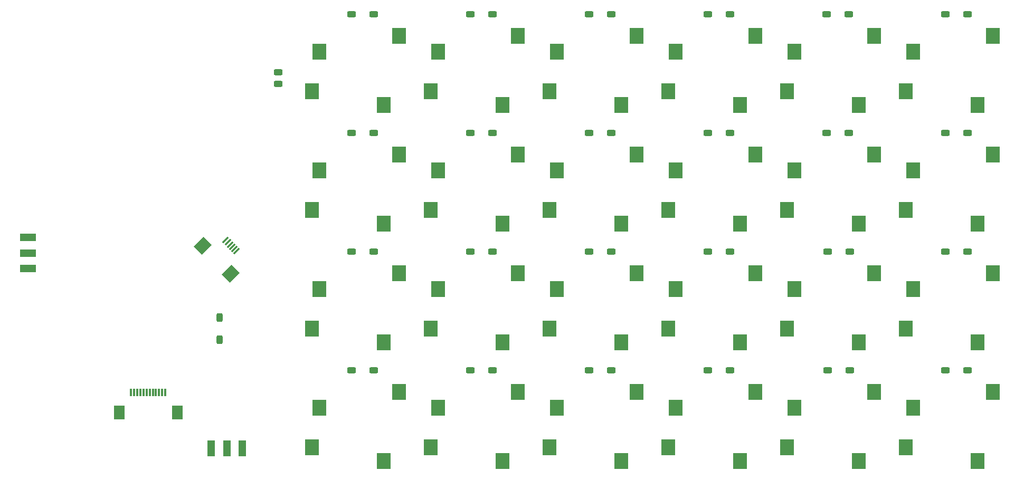
<source format=gbr>
%TF.GenerationSoftware,KiCad,Pcbnew,9.0.5-9.0.5~ubuntu24.04.1*%
%TF.CreationDate,2025-11-20T23:26:15+08:00*%
%TF.ProjectId,TPS,5450532e-6b69-4636-9164-5f7063625858,rev?*%
%TF.SameCoordinates,Original*%
%TF.FileFunction,Paste,Bot*%
%TF.FilePolarity,Positive*%
%FSLAX46Y46*%
G04 Gerber Fmt 4.6, Leading zero omitted, Abs format (unit mm)*
G04 Created by KiCad (PCBNEW 9.0.5-9.0.5~ubuntu24.04.1) date 2025-11-20 23:26:15*
%MOMM*%
%LPD*%
G01*
G04 APERTURE LIST*
G04 Aperture macros list*
%AMRoundRect*
0 Rectangle with rounded corners*
0 $1 Rounding radius*
0 $2 $3 $4 $5 $6 $7 $8 $9 X,Y pos of 4 corners*
0 Add a 4 corners polygon primitive as box body*
4,1,4,$2,$3,$4,$5,$6,$7,$8,$9,$2,$3,0*
0 Add four circle primitives for the rounded corners*
1,1,$1+$1,$2,$3*
1,1,$1+$1,$4,$5*
1,1,$1+$1,$6,$7*
1,1,$1+$1,$8,$9*
0 Add four rect primitives between the rounded corners*
20,1,$1+$1,$2,$3,$4,$5,0*
20,1,$1+$1,$4,$5,$6,$7,0*
20,1,$1+$1,$6,$7,$8,$9,0*
20,1,$1+$1,$8,$9,$2,$3,0*%
%AMRotRect*
0 Rectangle, with rotation*
0 The origin of the aperture is its center*
0 $1 length*
0 $2 width*
0 $3 Rotation angle, in degrees counterclockwise*
0 Add horizontal line*
21,1,$1,$2,0,0,$3*%
%AMOutline4P*
0 Free polygon, 4 corners , with rotation*
0 The origin of the aperture is its center*
0 number of corners: always 4*
0 $1 to $8 corner X, Y*
0 $9 Rotation angle, in degrees counterclockwise*
0 create outline with 4 corners*
4,1,4,$1,$2,$3,$4,$5,$6,$7,$8,$1,$2,$9*%
G04 Aperture macros list end*
%ADD10RoundRect,0.250000X0.450000X0.250000X-0.450000X0.250000X-0.450000X-0.250000X0.450000X-0.250000X0*%
%ADD11Outline4P,-1.079500X-1.250000X1.079500X-1.250000X1.079500X1.250000X-1.079500X1.250000X180.000000*%
%ADD12RoundRect,0.250000X0.250000X-0.450000X0.250000X0.450000X-0.250000X0.450000X-0.250000X-0.450000X0*%
%ADD13Outline4P,-0.600000X-1.250000X0.600000X-1.250000X0.600000X1.250000X-0.600000X1.250000X270.000000*%
%ADD14Outline4P,-0.600000X-1.250000X0.600000X-1.250000X0.600000X1.250000X-0.600000X1.250000X0.000000*%
%ADD15RoundRect,0.243750X0.456250X-0.243750X0.456250X0.243750X-0.456250X0.243750X-0.456250X-0.243750X0*%
%ADD16RotRect,0.300000X1.300000X135.000000*%
%ADD17RotRect,1.800000X2.200000X135.000000*%
%ADD18R,0.300000X1.300000*%
%ADD19R,1.800000X2.200000*%
G04 APERTURE END LIST*
D10*
%TO.C,D13*%
X153025000Y-30000000D03*
X156575000Y-30000000D03*
%TD*%
%TO.C,D20*%
X172205000Y-87150000D03*
X175755000Y-87150000D03*
%TD*%
D11*
%TO.C,K16*%
X146629000Y-99475000D03*
X147803000Y-93135000D03*
X158181000Y-101675000D03*
X160596000Y-90595000D03*
%TD*%
D10*
%TO.C,D1*%
X95875000Y-30000000D03*
X99425000Y-30000000D03*
%TD*%
%TO.C,D18*%
X172075000Y-49050000D03*
X175625000Y-49050000D03*
%TD*%
D11*
%TO.C,K3*%
X89479000Y-80425000D03*
X90653000Y-74085000D03*
X101031000Y-82625000D03*
X103446000Y-71545000D03*
%TD*%
%TO.C,K4*%
X89479000Y-99475000D03*
X90653000Y-93135000D03*
X101031000Y-101675000D03*
X103446000Y-90595000D03*
%TD*%
D10*
%TO.C,D22*%
X191125000Y-49050000D03*
X194675000Y-49050000D03*
%TD*%
D11*
%TO.C,K1*%
X89479000Y-42325000D03*
X90653000Y-35985000D03*
X101031000Y-44525000D03*
X103446000Y-33445000D03*
%TD*%
D10*
%TO.C,D6*%
X114925000Y-49050000D03*
X118475000Y-49050000D03*
%TD*%
D11*
%TO.C,K7*%
X108529000Y-80425000D03*
X109703000Y-74085000D03*
X120081000Y-82625000D03*
X122496000Y-71545000D03*
%TD*%
%TO.C,K9*%
X127579000Y-42325000D03*
X128753000Y-35985000D03*
X139131000Y-44525000D03*
X141546000Y-33445000D03*
%TD*%
D10*
%TO.C,D2*%
X95875000Y-49050000D03*
X99425000Y-49050000D03*
%TD*%
%TO.C,D7*%
X114925000Y-68100000D03*
X118475000Y-68100000D03*
%TD*%
D11*
%TO.C,K17*%
X165679000Y-42325000D03*
X166853000Y-35985000D03*
X177231000Y-44525000D03*
X179646000Y-33445000D03*
%TD*%
%TO.C,K22*%
X184729000Y-61375000D03*
X185903000Y-55035000D03*
X196281000Y-63575000D03*
X198696000Y-52495000D03*
%TD*%
%TO.C,K21*%
X184729000Y-42325000D03*
X185903000Y-35985000D03*
X196281000Y-44525000D03*
X198696000Y-33445000D03*
%TD*%
D10*
%TO.C,D19*%
X172205000Y-68100000D03*
X175755000Y-68100000D03*
%TD*%
D11*
%TO.C,K23*%
X184729000Y-80425000D03*
X185903000Y-74085000D03*
X196281000Y-82625000D03*
X198696000Y-71545000D03*
%TD*%
D10*
%TO.C,D12*%
X133975000Y-87150000D03*
X137525000Y-87150000D03*
%TD*%
D12*
%TO.C,D25*%
X74638000Y-78668000D03*
X74638000Y-82218000D03*
%TD*%
D11*
%TO.C,K18*%
X165679000Y-61375000D03*
X166853000Y-55035000D03*
X177231000Y-63575000D03*
X179646000Y-52495000D03*
%TD*%
D10*
%TO.C,D4*%
X95875000Y-87150000D03*
X99425000Y-87150000D03*
%TD*%
%TO.C,D14*%
X153025000Y-49050000D03*
X156575000Y-49050000D03*
%TD*%
%TO.C,D11*%
X133975000Y-68100000D03*
X137525000Y-68100000D03*
%TD*%
%TO.C,D10*%
X133975000Y-49050000D03*
X137525000Y-49050000D03*
%TD*%
D11*
%TO.C,K13*%
X146629000Y-42325000D03*
X147803000Y-35985000D03*
X158181000Y-44525000D03*
X160596000Y-33445000D03*
%TD*%
%TO.C,K12*%
X127579000Y-99475000D03*
X128753000Y-93135000D03*
X139131000Y-101675000D03*
X141546000Y-90595000D03*
%TD*%
D10*
%TO.C,D16*%
X153025000Y-87150000D03*
X156575000Y-87150000D03*
%TD*%
%TO.C,D17*%
X172075000Y-30000000D03*
X175625000Y-30000000D03*
%TD*%
D13*
%TO.C,SW2*%
X43964000Y-65850000D03*
X43964000Y-68350000D03*
X43964000Y-70850000D03*
%TD*%
D11*
%TO.C,K14*%
X146629000Y-61375000D03*
X147803000Y-55035000D03*
X158181000Y-63575000D03*
X160596000Y-52495000D03*
%TD*%
D10*
%TO.C,D3*%
X95875000Y-68100000D03*
X99425000Y-68100000D03*
%TD*%
D11*
%TO.C,K5*%
X108529000Y-42325000D03*
X109703000Y-35985000D03*
X120081000Y-44525000D03*
X122496000Y-33445000D03*
%TD*%
%TO.C,K11*%
X127579000Y-80425000D03*
X128753000Y-74085000D03*
X139131000Y-82625000D03*
X141546000Y-71545000D03*
%TD*%
D10*
%TO.C,D15*%
X153025000Y-68100000D03*
X156575000Y-68100000D03*
%TD*%
D11*
%TO.C,K20*%
X165679000Y-99475000D03*
X166853000Y-93135000D03*
X177231000Y-101675000D03*
X179646000Y-90595000D03*
%TD*%
%TO.C,K15*%
X146629000Y-80425000D03*
X147803000Y-74085000D03*
X158181000Y-82625000D03*
X160596000Y-71545000D03*
%TD*%
D10*
%TO.C,D8*%
X114925000Y-87150000D03*
X118475000Y-87150000D03*
%TD*%
D11*
%TO.C,K10*%
X127579000Y-61375000D03*
X128753000Y-55035000D03*
X139131000Y-63575000D03*
X141546000Y-52495000D03*
%TD*%
D10*
%TO.C,D9*%
X133975000Y-30000000D03*
X137525000Y-30000000D03*
%TD*%
%TO.C,D24*%
X191125000Y-87150000D03*
X194675000Y-87150000D03*
%TD*%
D11*
%TO.C,K6*%
X108529000Y-61375000D03*
X109703000Y-55035000D03*
X120081000Y-63575000D03*
X122496000Y-52495000D03*
%TD*%
D10*
%TO.C,D21*%
X191125000Y-30000000D03*
X194675000Y-30000000D03*
%TD*%
%TO.C,D5*%
X114925000Y-30000000D03*
X118475000Y-30000000D03*
%TD*%
D11*
%TO.C,K2*%
X89479000Y-61375000D03*
X90653000Y-55035000D03*
X101031000Y-63575000D03*
X103446000Y-52495000D03*
%TD*%
D14*
%TO.C,SW3*%
X73352000Y-99697000D03*
X75852000Y-99697000D03*
X78352000Y-99697000D03*
%TD*%
D10*
%TO.C,D23*%
X191125000Y-68100000D03*
X194675000Y-68100000D03*
%TD*%
D11*
%TO.C,K24*%
X184729000Y-99475000D03*
X185903000Y-93135000D03*
X196281000Y-101675000D03*
X198696000Y-90595000D03*
%TD*%
%TO.C,K8*%
X108529000Y-99475000D03*
X109703000Y-93135000D03*
X120081000Y-101675000D03*
X122496000Y-90595000D03*
%TD*%
%TO.C,K19*%
X165679000Y-80425000D03*
X166853000Y-74085000D03*
X177231000Y-82625000D03*
X179646000Y-71545000D03*
%TD*%
D15*
%TO.C,F1*%
X84060000Y-41217500D03*
X84060000Y-39342500D03*
%TD*%
D16*
%TO.C,J6*%
X77410031Y-68018736D03*
X77056478Y-67665183D03*
X76702924Y-67311629D03*
X76349371Y-66958076D03*
X75995817Y-66604522D03*
X75642264Y-66250969D03*
D17*
X76455437Y-71660336D03*
X72000664Y-67205563D03*
%TD*%
D18*
%TO.C,J3*%
X65968000Y-90702000D03*
X65468000Y-90702000D03*
X64968000Y-90702000D03*
X64468000Y-90702000D03*
X63968000Y-90702000D03*
X63468000Y-90702000D03*
X62968000Y-90702000D03*
X62468000Y-90702000D03*
X61968000Y-90702000D03*
X61468000Y-90702000D03*
X60968000Y-90702000D03*
X60468000Y-90702000D03*
D19*
X67868000Y-93952000D03*
X58568000Y-93952000D03*
%TD*%
M02*

</source>
